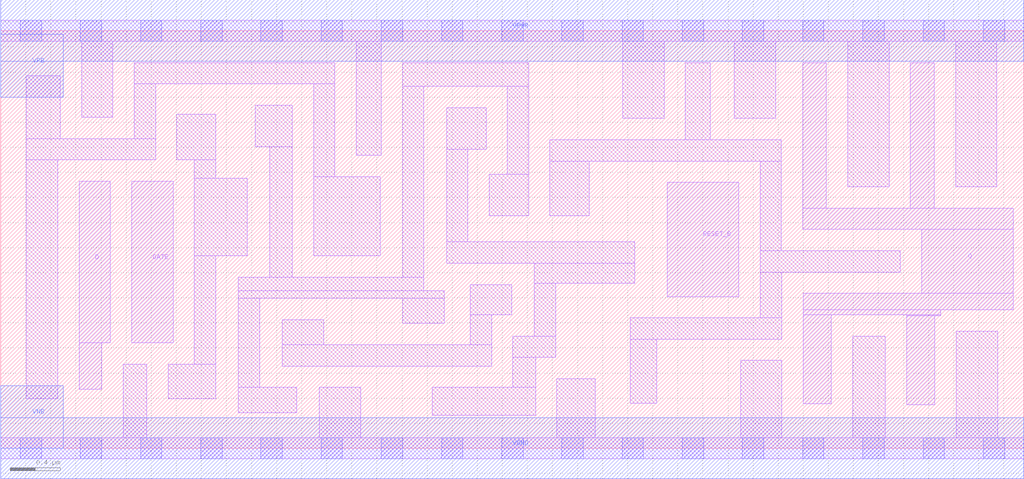
<source format=lef>
# Copyright 2020 The SkyWater PDK Authors
#
# Licensed under the Apache License, Version 2.0 (the "License");
# you may not use this file except in compliance with the License.
# You may obtain a copy of the License at
#
#     https://www.apache.org/licenses/LICENSE-2.0
#
# Unless required by applicable law or agreed to in writing, software
# distributed under the License is distributed on an "AS IS" BASIS,
# WITHOUT WARRANTIES OR CONDITIONS OF ANY KIND, either express or implied.
# See the License for the specific language governing permissions and
# limitations under the License.
#
# SPDX-License-Identifier: Apache-2.0

VERSION 5.5 ;
NAMESCASESENSITIVE ON ;
BUSBITCHARS "[]" ;
DIVIDERCHAR "/" ;
MACRO sky130_fd_sc_lp__dlrtp_4
  CLASS CORE ;
  SOURCE USER ;
  ORIGIN  0.000000  0.000000 ;
  SIZE  8.160000 BY  3.330000 ;
  SYMMETRY X Y R90 ;
  SITE unit ;
  PIN D
    ANTENNAGATEAREA  0.159000 ;
    DIRECTION INPUT ;
    USE SIGNAL ;
    PORT
      LAYER li1 ;
        RECT 0.625000 0.470000 0.805000 0.840000 ;
        RECT 0.625000 0.840000 0.875000 2.130000 ;
    END
  END D
  PIN Q
    ANTENNADIFFAREA  1.176000 ;
    DIRECTION OUTPUT ;
    USE SIGNAL ;
    PORT
      LAYER li1 ;
        RECT 6.395000 1.745000 8.075000 1.915000 ;
        RECT 6.395000 1.915000 6.585000 3.075000 ;
        RECT 6.400000 0.355000 6.625000 1.065000 ;
        RECT 6.400000 1.065000 7.495000 1.105000 ;
        RECT 6.400000 1.105000 8.075000 1.235000 ;
        RECT 7.225000 0.345000 7.450000 1.055000 ;
        RECT 7.225000 1.055000 7.495000 1.065000 ;
        RECT 7.255000 1.915000 7.445000 3.075000 ;
        RECT 7.345000 1.235000 8.075000 1.745000 ;
    END
  END Q
  PIN RESET_B
    ANTENNAGATEAREA  0.315000 ;
    DIRECTION INPUT ;
    USE SIGNAL ;
    PORT
      LAYER li1 ;
        RECT 5.315000 1.210000 5.885000 2.120000 ;
    END
  END RESET_B
  PIN GATE
    ANTENNAGATEAREA  0.159000 ;
    DIRECTION INPUT ;
    USE CLOCK ;
    PORT
      LAYER li1 ;
        RECT 1.045000 0.840000 1.375000 2.130000 ;
    END
  END GATE
  PIN VGND
    DIRECTION INOUT ;
    USE GROUND ;
    PORT
      LAYER met1 ;
        RECT 0.000000 -0.245000 8.160000 0.245000 ;
    END
  END VGND
  PIN VNB
    DIRECTION INOUT ;
    USE GROUND ;
    PORT
      LAYER met1 ;
        RECT 0.000000 0.000000 0.500000 0.500000 ;
    END
  END VNB
  PIN VPB
    DIRECTION INOUT ;
    USE POWER ;
    PORT
      LAYER met1 ;
        RECT 0.000000 2.800000 0.500000 3.300000 ;
    END
  END VPB
  PIN VPWR
    DIRECTION INOUT ;
    USE POWER ;
    PORT
      LAYER met1 ;
        RECT 0.000000 3.085000 8.160000 3.575000 ;
    END
  END VPWR
  OBS
    LAYER li1 ;
      RECT 0.000000 -0.085000 8.160000 0.085000 ;
      RECT 0.000000  3.245000 8.160000 3.415000 ;
      RECT 0.205000  0.395000 0.455000 2.300000 ;
      RECT 0.205000  2.300000 1.235000 2.470000 ;
      RECT 0.205000  2.470000 0.475000 2.970000 ;
      RECT 0.645000  2.640000 0.895000 3.245000 ;
      RECT 0.975000  0.085000 1.165000 0.670000 ;
      RECT 1.065000  2.470000 1.235000 2.905000 ;
      RECT 1.065000  2.905000 2.665000 3.075000 ;
      RECT 1.335000  0.395000 1.715000 0.670000 ;
      RECT 1.405000  2.300000 1.715000 2.665000 ;
      RECT 1.545000  0.670000 1.715000 1.535000 ;
      RECT 1.545000  1.535000 1.965000 2.155000 ;
      RECT 1.545000  2.155000 1.715000 2.300000 ;
      RECT 1.895000  0.285000 2.360000 0.485000 ;
      RECT 1.895000  0.485000 2.065000 1.195000 ;
      RECT 1.895000  1.195000 3.535000 1.255000 ;
      RECT 1.895000  1.255000 3.375000 1.365000 ;
      RECT 2.030000  2.405000 2.325000 2.735000 ;
      RECT 2.145000  1.365000 2.325000 2.405000 ;
      RECT 2.245000  0.655000 3.915000 0.825000 ;
      RECT 2.245000  0.825000 2.575000 1.025000 ;
      RECT 2.495000  1.535000 3.025000 2.165000 ;
      RECT 2.495000  2.165000 2.665000 2.905000 ;
      RECT 2.540000  0.085000 2.870000 0.485000 ;
      RECT 2.835000  2.335000 3.035000 3.245000 ;
      RECT 3.205000  0.995000 3.535000 1.195000 ;
      RECT 3.205000  1.365000 3.375000 2.885000 ;
      RECT 3.205000  2.885000 4.210000 3.075000 ;
      RECT 3.440000  0.265000 4.265000 0.485000 ;
      RECT 3.555000  1.475000 5.055000 1.645000 ;
      RECT 3.555000  1.645000 3.725000 2.385000 ;
      RECT 3.555000  2.385000 3.870000 2.715000 ;
      RECT 3.745000  0.825000 3.915000 1.065000 ;
      RECT 3.745000  1.065000 4.075000 1.305000 ;
      RECT 3.895000  1.855000 4.210000 2.185000 ;
      RECT 4.040000  2.185000 4.210000 2.885000 ;
      RECT 4.085000  0.485000 4.265000 0.725000 ;
      RECT 4.085000  0.725000 4.425000 0.895000 ;
      RECT 4.255000  0.895000 4.425000 1.315000 ;
      RECT 4.255000  1.315000 5.055000 1.475000 ;
      RECT 4.380000  1.855000 4.695000 2.290000 ;
      RECT 4.380000  2.290000 6.225000 2.460000 ;
      RECT 4.435000  0.085000 4.740000 0.555000 ;
      RECT 4.960000  2.630000 5.290000 3.245000 ;
      RECT 5.020000  0.360000 5.230000 0.870000 ;
      RECT 5.020000  0.870000 6.230000 1.040000 ;
      RECT 5.460000  2.460000 5.660000 3.075000 ;
      RECT 5.850000  2.630000 6.180000 3.245000 ;
      RECT 5.900000  0.085000 6.230000 0.700000 ;
      RECT 6.055000  1.040000 6.230000 1.405000 ;
      RECT 6.055000  1.405000 7.175000 1.575000 ;
      RECT 6.055000  1.575000 6.225000 2.290000 ;
      RECT 6.755000  2.085000 7.085000 3.245000 ;
      RECT 6.795000  0.085000 7.055000 0.895000 ;
      RECT 7.615000  2.085000 7.945000 3.245000 ;
      RECT 7.620000  0.085000 7.950000 0.935000 ;
    LAYER mcon ;
      RECT 0.155000 -0.085000 0.325000 0.085000 ;
      RECT 0.155000  3.245000 0.325000 3.415000 ;
      RECT 0.635000 -0.085000 0.805000 0.085000 ;
      RECT 0.635000  3.245000 0.805000 3.415000 ;
      RECT 1.115000 -0.085000 1.285000 0.085000 ;
      RECT 1.115000  3.245000 1.285000 3.415000 ;
      RECT 1.595000 -0.085000 1.765000 0.085000 ;
      RECT 1.595000  3.245000 1.765000 3.415000 ;
      RECT 2.075000 -0.085000 2.245000 0.085000 ;
      RECT 2.075000  3.245000 2.245000 3.415000 ;
      RECT 2.555000 -0.085000 2.725000 0.085000 ;
      RECT 2.555000  3.245000 2.725000 3.415000 ;
      RECT 3.035000 -0.085000 3.205000 0.085000 ;
      RECT 3.035000  3.245000 3.205000 3.415000 ;
      RECT 3.515000 -0.085000 3.685000 0.085000 ;
      RECT 3.515000  3.245000 3.685000 3.415000 ;
      RECT 3.995000 -0.085000 4.165000 0.085000 ;
      RECT 3.995000  3.245000 4.165000 3.415000 ;
      RECT 4.475000 -0.085000 4.645000 0.085000 ;
      RECT 4.475000  3.245000 4.645000 3.415000 ;
      RECT 4.955000 -0.085000 5.125000 0.085000 ;
      RECT 4.955000  3.245000 5.125000 3.415000 ;
      RECT 5.435000 -0.085000 5.605000 0.085000 ;
      RECT 5.435000  3.245000 5.605000 3.415000 ;
      RECT 5.915000 -0.085000 6.085000 0.085000 ;
      RECT 5.915000  3.245000 6.085000 3.415000 ;
      RECT 6.395000 -0.085000 6.565000 0.085000 ;
      RECT 6.395000  3.245000 6.565000 3.415000 ;
      RECT 6.875000 -0.085000 7.045000 0.085000 ;
      RECT 6.875000  3.245000 7.045000 3.415000 ;
      RECT 7.355000 -0.085000 7.525000 0.085000 ;
      RECT 7.355000  3.245000 7.525000 3.415000 ;
      RECT 7.835000 -0.085000 8.005000 0.085000 ;
      RECT 7.835000  3.245000 8.005000 3.415000 ;
  END
END sky130_fd_sc_lp__dlrtp_4

</source>
